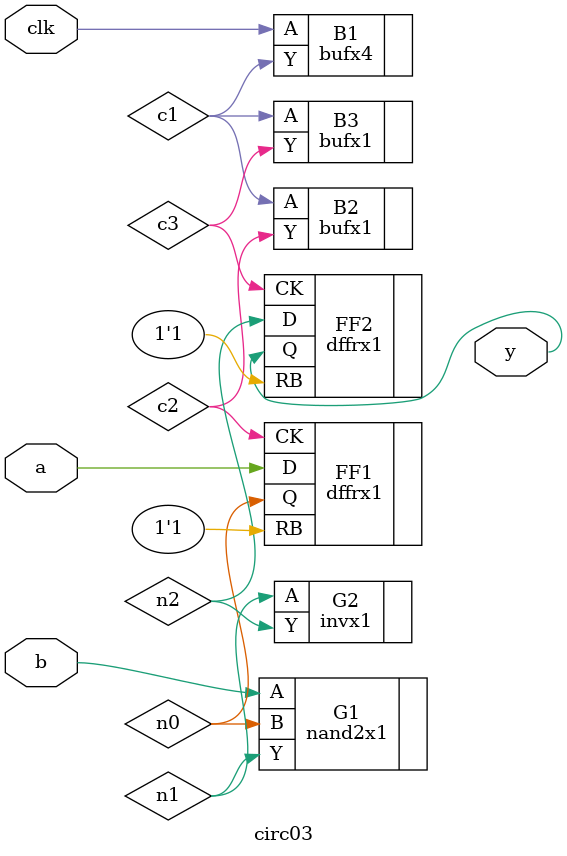
<source format=v>

/*
* Copyright 2019 Tomas Brabec
* 
* Licensed under the Apache License, Version 2.0 (the "License");
* you may not use this file except in compliance with the License.
* You may obtain a copy of the License at
* 
*     http://www.apache.org/licenses/LICENSE-2.0
*     
* Unless required by applicable law or agreed to in writing, software
* distributed under the License is distributed on an "AS IS" BASIS,
* WITHOUT WARRANTIES OR CONDITIONS OF ANY KIND, either express or implied.
* See the License for the specific language governing permissions and
* limitations under the License.
*/

module circ03(clk,a,b,y);
input clk;
input a,b;
output y;
wire c1,c2,c3;
wire n0,n1,n2;
bufx4 B1(.A(clk),.Y(c1));
bufx1 B2(.A(c1),.Y(c2));
bufx1 B3(.A(c1),.Y(c3));
dffrx1 FF1(.CK(c2),.D(a),.RB(1'b1),.Q(n0));
nand2x1 G1(.A(b),.B(n0),.Y(n1));
invx1 G2(.A(n1),.Y(n2));
dffrx1 FF2(.CK(c3),.D(n2),.RB(1'b1),.Q(y));
endmodule

</source>
